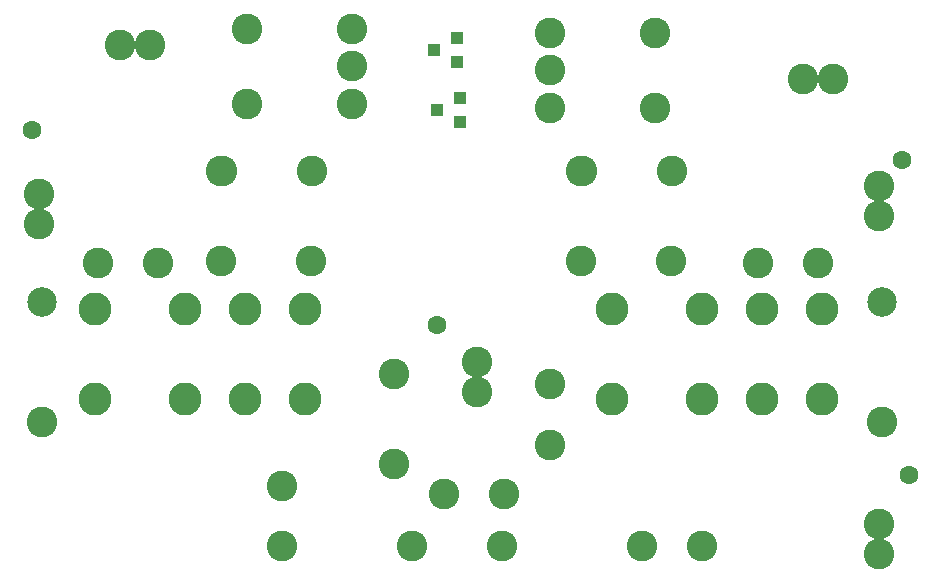
<source format=gbr>
%FSLAX34Y34*%
%MOMM*%
%LNSOLDERMASK_TOP*%
G71*
G01*
%ADD10C,2.600*%
%ADD11C,2.600*%
%ADD12C,2.500*%
%ADD13C,2.800*%
%ADD14R,1.100X1.000*%
%ADD15C,1.600*%
%LPD*%
X196267Y390766D02*
G54D10*
D03*
X196217Y314516D02*
G54D10*
D03*
X196267Y390766D02*
G54D11*
D03*
X272458Y390692D02*
G54D10*
D03*
X196208Y390742D02*
G54D10*
D03*
X272458Y390692D02*
G54D11*
D03*
X272458Y390692D02*
G54D10*
D03*
X272408Y314442D02*
G54D10*
D03*
X272458Y390692D02*
G54D11*
D03*
X501067Y390766D02*
G54D10*
D03*
X501017Y314516D02*
G54D10*
D03*
X501067Y390766D02*
G54D11*
D03*
X577258Y390692D02*
G54D10*
D03*
X501008Y390742D02*
G54D10*
D03*
X577258Y390692D02*
G54D11*
D03*
X577258Y390692D02*
G54D10*
D03*
X577208Y314442D02*
G54D10*
D03*
X577258Y390692D02*
G54D11*
D03*
X41723Y371761D02*
G54D10*
D03*
X41723Y346361D02*
G54D10*
D03*
X752923Y378111D02*
G54D10*
D03*
X752923Y352711D02*
G54D10*
D03*
X217850Y511373D02*
G54D10*
D03*
X217850Y447873D02*
G54D10*
D03*
X306750Y511373D02*
G54D10*
D03*
X306750Y479623D02*
G54D10*
D03*
X306750Y447873D02*
G54D10*
D03*
X563290Y444580D02*
G54D10*
D03*
X563290Y508080D02*
G54D10*
D03*
X474390Y444580D02*
G54D10*
D03*
X474390Y476330D02*
G54D10*
D03*
X474390Y508080D02*
G54D10*
D03*
X412750Y229450D02*
G54D10*
D03*
X412750Y204050D02*
G54D10*
D03*
X247650Y124550D02*
G54D10*
D03*
X247650Y73750D02*
G54D10*
D03*
X552450Y73750D02*
G54D10*
D03*
X603250Y73750D02*
G54D10*
D03*
X342317Y219316D02*
G54D10*
D03*
X342267Y143066D02*
G54D10*
D03*
X342317Y219316D02*
G54D11*
D03*
X474330Y210302D02*
G54D10*
D03*
X474443Y159321D02*
G54D10*
D03*
X474331Y210302D02*
G54D11*
D03*
X435603Y117874D02*
G54D10*
D03*
X384622Y117761D02*
G54D10*
D03*
X435603Y117874D02*
G54D11*
D03*
X433815Y73138D02*
G54D10*
D03*
X357566Y73188D02*
G54D10*
D03*
X433815Y73139D02*
G54D11*
D03*
X752923Y92361D02*
G54D10*
D03*
X752923Y66961D02*
G54D10*
D03*
X44450Y178650D02*
G54D12*
D03*
X44450Y280250D02*
G54D12*
D03*
X89285Y197935D02*
G54D13*
D03*
X89285Y274135D02*
G54D13*
D03*
X165485Y197935D02*
G54D13*
D03*
X216285Y197935D02*
G54D13*
D03*
X267085Y197935D02*
G54D13*
D03*
X165485Y274135D02*
G54D13*
D03*
X216285Y274135D02*
G54D13*
D03*
X267085Y274135D02*
G54D13*
D03*
X142709Y312825D02*
G54D10*
D03*
X91729Y312713D02*
G54D10*
D03*
X527050Y197700D02*
G54D13*
D03*
X527050Y273900D02*
G54D13*
D03*
X603250Y197700D02*
G54D13*
D03*
X654050Y197700D02*
G54D13*
D03*
X704850Y197700D02*
G54D13*
D03*
X603250Y273900D02*
G54D13*
D03*
X654050Y273900D02*
G54D13*
D03*
X704850Y273900D02*
G54D13*
D03*
X755650Y178650D02*
G54D12*
D03*
X755650Y280250D02*
G54D12*
D03*
X701510Y312825D02*
G54D10*
D03*
X650529Y312713D02*
G54D10*
D03*
X110309Y497922D02*
G54D10*
D03*
X135809Y497922D02*
G54D10*
D03*
X713913Y468625D02*
G54D10*
D03*
X688413Y468625D02*
G54D10*
D03*
X142709Y312825D02*
G54D10*
D03*
X44450Y178650D02*
G54D10*
D03*
X755650Y178650D02*
G54D10*
D03*
X650529Y312713D02*
G54D10*
D03*
X89285Y197935D02*
G54D10*
D03*
X603250Y197700D02*
G54D10*
D03*
X527050Y197700D02*
G54D10*
D03*
X395967Y483344D02*
G54D14*
D03*
X395967Y503344D02*
G54D14*
D03*
X375967Y493344D02*
G54D14*
D03*
X398512Y432730D02*
G54D14*
D03*
X398512Y452730D02*
G54D14*
D03*
X378512Y442730D02*
G54D14*
D03*
X35700Y426010D02*
G54D15*
D03*
X772300Y400610D02*
G54D15*
D03*
X378600Y260910D02*
G54D15*
D03*
X778650Y133910D02*
G54D15*
D03*
M02*

</source>
